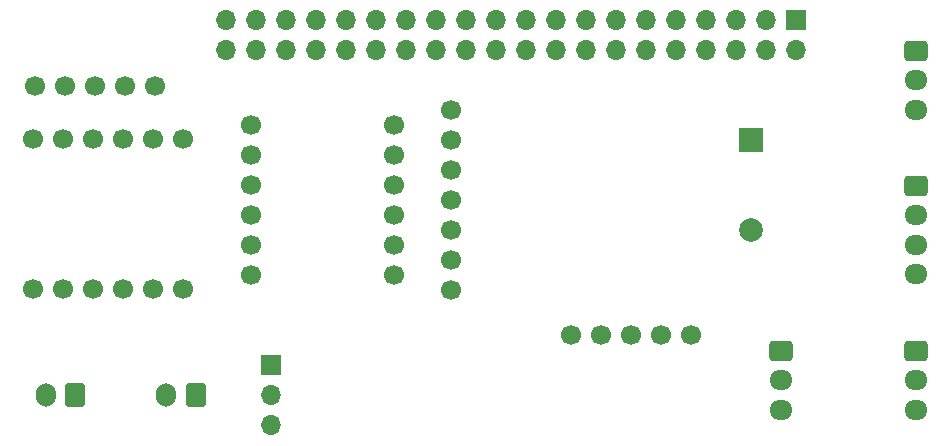
<source format=gbr>
%TF.GenerationSoftware,KiCad,Pcbnew,7.0.8-7.0.8~ubuntu22.04.1*%
%TF.CreationDate,2023-11-16T18:58:48+00:00*%
%TF.ProjectId,v4head,76346865-6164-42e6-9b69-6361645f7063,rev?*%
%TF.SameCoordinates,Original*%
%TF.FileFunction,Soldermask,Bot*%
%TF.FilePolarity,Negative*%
%FSLAX46Y46*%
G04 Gerber Fmt 4.6, Leading zero omitted, Abs format (unit mm)*
G04 Created by KiCad (PCBNEW 7.0.8-7.0.8~ubuntu22.04.1) date 2023-11-16 18:58:48*
%MOMM*%
%LPD*%
G01*
G04 APERTURE LIST*
G04 Aperture macros list*
%AMRoundRect*
0 Rectangle with rounded corners*
0 $1 Rounding radius*
0 $2 $3 $4 $5 $6 $7 $8 $9 X,Y pos of 4 corners*
0 Add a 4 corners polygon primitive as box body*
4,1,4,$2,$3,$4,$5,$6,$7,$8,$9,$2,$3,0*
0 Add four circle primitives for the rounded corners*
1,1,$1+$1,$2,$3*
1,1,$1+$1,$4,$5*
1,1,$1+$1,$6,$7*
1,1,$1+$1,$8,$9*
0 Add four rect primitives between the rounded corners*
20,1,$1+$1,$2,$3,$4,$5,0*
20,1,$1+$1,$4,$5,$6,$7,0*
20,1,$1+$1,$6,$7,$8,$9,0*
20,1,$1+$1,$8,$9,$2,$3,0*%
G04 Aperture macros list end*
%ADD10C,1.700000*%
%ADD11RoundRect,0.250000X-0.725000X0.600000X-0.725000X-0.600000X0.725000X-0.600000X0.725000X0.600000X0*%
%ADD12O,1.950000X1.700000*%
%ADD13R,1.700000X1.700000*%
%ADD14O,1.700000X1.700000*%
%ADD15R,2.000000X2.000000*%
%ADD16C,2.000000*%
%ADD17RoundRect,0.250000X0.600000X0.750000X-0.600000X0.750000X-0.600000X-0.750000X0.600000X-0.750000X0*%
%ADD18O,1.700000X2.000000*%
G04 APERTURE END LIST*
D10*
%TO.C,LLC1*%
X128427500Y-73547500D03*
X125887500Y-73547500D03*
X133507500Y-73547500D03*
X130967500Y-73547500D03*
X123347500Y-73547500D03*
X120807500Y-73547500D03*
X128427500Y-60847500D03*
X125887500Y-60847500D03*
X133507500Y-60847500D03*
X130967500Y-60847500D03*
X123347500Y-60847500D03*
X120807500Y-60847500D03*
%TD*%
%TO.C,RCWL-1*%
X131162500Y-56402500D03*
X128622500Y-56402500D03*
X126082500Y-56402500D03*
X123542500Y-56402500D03*
X121002500Y-56402500D03*
%TD*%
%TO.C,AMP1*%
X156210000Y-73660000D03*
X156210000Y-71120000D03*
X156210000Y-68580000D03*
X156210000Y-66040000D03*
X156210000Y-63500000D03*
X156210000Y-60960000D03*
X156210000Y-58420000D03*
%TD*%
D11*
%TO.C,5VMODULE1*%
X195580000Y-78780000D03*
D12*
X195580000Y-81280000D03*
X195580000Y-83780000D03*
%TD*%
D13*
%TO.C,J1*%
X185420000Y-50800000D03*
D14*
X185420000Y-53340000D03*
X182880000Y-50800000D03*
X182880000Y-53340000D03*
X180340000Y-50800000D03*
X180340000Y-53340000D03*
X177800000Y-50800000D03*
X177800000Y-53340000D03*
X175260000Y-50800000D03*
X175260000Y-53340000D03*
X172720000Y-50800000D03*
X172720000Y-53340000D03*
X170180000Y-50800000D03*
X170180000Y-53340000D03*
X167640000Y-50800000D03*
X167640000Y-53340000D03*
X165100000Y-50800000D03*
X165100000Y-53340000D03*
X162560000Y-50800000D03*
X162560000Y-53340000D03*
X160020000Y-50800000D03*
X160020000Y-53340000D03*
X157480000Y-50800000D03*
X157480000Y-53340000D03*
X154940000Y-50800000D03*
X154940000Y-53340000D03*
X152400000Y-50800000D03*
X152400000Y-53340000D03*
X149860000Y-50800000D03*
X149860000Y-53340000D03*
X147320000Y-50800000D03*
X147320000Y-53340000D03*
X144780000Y-50800000D03*
X144780000Y-53340000D03*
X142240000Y-50800000D03*
X142240000Y-53340000D03*
X139700000Y-50800000D03*
X139700000Y-53340000D03*
X137160000Y-50800000D03*
X137160000Y-53340000D03*
%TD*%
D11*
%TO.C,3VMODULE1*%
X195580000Y-53380000D03*
D12*
X195580000Y-55880000D03*
X195580000Y-58380000D03*
%TD*%
D15*
%TO.C,BZ1*%
X181610000Y-60970000D03*
D16*
X181610000Y-68570000D03*
%TD*%
D10*
%TO.C,MIC2*%
X139335000Y-59690000D03*
X139335000Y-62230000D03*
X139335000Y-64770000D03*
X139335000Y-67310000D03*
X139335000Y-69850000D03*
X139335000Y-72390000D03*
%TD*%
%TO.C,NEO1*%
X166370000Y-77470000D03*
X168910000Y-77470000D03*
X171450000Y-77470000D03*
X173990000Y-77470000D03*
X176530000Y-77470000D03*
%TD*%
D11*
%TO.C,I2CMODULE1*%
X195580000Y-64810000D03*
D12*
X195580000Y-67310000D03*
X195580000Y-69810000D03*
X195580000Y-72310000D03*
%TD*%
D13*
%TO.C,SRV1*%
X140970000Y-80010000D03*
D14*
X140970000Y-82550000D03*
X140970000Y-85090000D03*
%TD*%
D17*
%TO.C,Serial2*%
X124420000Y-82550000D03*
D18*
X121920000Y-82550000D03*
%TD*%
D11*
%TO.C,NEO2*%
X184150000Y-78780000D03*
D12*
X184150000Y-81280000D03*
X184150000Y-83780000D03*
%TD*%
D10*
%TO.C,MIC1*%
X151400000Y-59690000D03*
X151400000Y-62230000D03*
X151400000Y-64770000D03*
X151400000Y-67310000D03*
X151400000Y-69850000D03*
X151400000Y-72390000D03*
%TD*%
D17*
%TO.C,Power1*%
X134620000Y-82550000D03*
D18*
X132120000Y-82550000D03*
%TD*%
M02*

</source>
